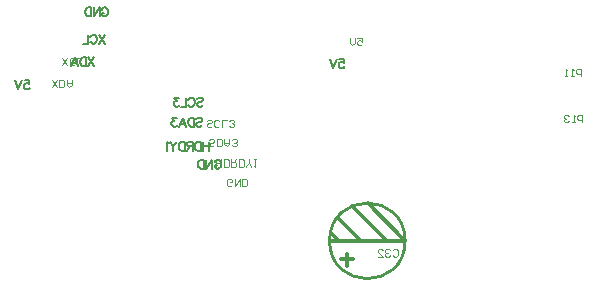
<source format=gbo>
%FSLAX25Y25*%
%MOIN*%
G70*
G01*
G75*
G04 Layer_Color=32896*
%ADD10C,0.02000*%
%ADD11C,0.01500*%
%ADD12C,0.00600*%
%ADD13C,0.01000*%
%ADD14C,0.03000*%
%ADD15C,0.00800*%
%ADD16C,0.02500*%
%ADD17R,0.02362X0.02756*%
%ADD18O,0.05906X0.01575*%
%ADD19R,0.06299X0.10630*%
%ADD20R,0.05512X0.08661*%
%ADD21R,0.05512X0.03543*%
%ADD22R,0.04331X0.05118*%
%ADD23C,0.05906*%
%ADD24R,0.03937X0.12205*%
%ADD25R,0.03937X0.03937*%
%ADD26R,0.05118X0.03150*%
%ADD27R,0.11024X0.08268*%
%ADD28R,0.03543X0.03740*%
%ADD29R,0.03543X0.03740*%
%ADD30O,0.05906X0.00984*%
%ADD31O,0.00984X0.05906*%
%ADD32R,0.03937X0.01378*%
%ADD33O,0.00984X0.02756*%
%ADD34O,0.02756X0.00984*%
%ADD35R,0.10236X0.10630*%
%ADD36R,0.02362X0.03150*%
%ADD37R,0.03150X0.03150*%
%ADD38R,0.03150X0.02362*%
%ADD39R,0.04331X0.03937*%
%ADD40R,0.03150X0.05118*%
%ADD41R,0.08268X0.11024*%
%ADD42R,0.02756X0.02362*%
%ADD43R,0.03500X0.02800*%
%ADD44R,0.02800X0.03500*%
%ADD45R,0.05512X0.06693*%
%ADD46C,0.04724*%
%ADD47R,0.03740X0.03543*%
%ADD48R,0.03740X0.03543*%
%ADD49R,0.07087X0.06299*%
%ADD50R,0.17500X0.26100*%
%ADD51R,0.08900X0.23700*%
%ADD52R,0.37800X0.08900*%
%ADD53R,0.18600X0.12500*%
%ADD54R,0.05300X0.15000*%
%ADD55R,0.08700X0.14600*%
%ADD56R,0.18300X0.06800*%
%ADD57R,0.03100X0.10500*%
%ADD58R,0.27600X0.08000*%
%ADD59R,0.20600X0.13700*%
%ADD60R,0.06700X0.23500*%
%ADD61R,0.10900X0.06800*%
%ADD62R,0.07900X0.07000*%
%ADD63R,0.14900X0.03900*%
%ADD64R,0.05900X0.18900*%
%ADD65R,0.06800X0.03800*%
%ADD66R,0.08500X0.03500*%
%ADD67C,0.07087*%
%ADD68C,0.15748*%
%ADD69R,0.05906X0.05906*%
%ADD70R,0.05906X0.05906*%
%ADD71C,0.01969*%
%ADD72C,0.01575*%
%ADD73C,0.02559*%
%ADD74C,0.02362*%
G04:AMPARAMS|DCode=75|XSize=157.48mil|YSize=118.11mil|CornerRadius=0mil|HoleSize=0mil|Usage=FLASHONLY|Rotation=0.000|XOffset=0mil|YOffset=0mil|HoleType=Round|Shape=Octagon|*
%AMOCTAGOND75*
4,1,8,0.07874,-0.02953,0.07874,0.02953,0.04921,0.05906,-0.04921,0.05906,-0.07874,0.02953,-0.07874,-0.02953,-0.04921,-0.05906,0.04921,-0.05906,0.07874,-0.02953,0.0*
%
%ADD75OCTAGOND75*%

%ADD76O,0.15748X0.11811*%
%ADD77R,0.62400X0.08800*%
%ADD78R,0.10500X0.18500*%
%ADD79C,0.00394*%
%ADD80C,0.00984*%
%ADD81C,0.00984*%
%ADD82C,0.00787*%
%ADD83C,0.00591*%
%ADD84C,0.00500*%
%ADD85C,0.00300*%
%ADD86R,0.03984X0.12820*%
%ADD87O,0.05506X0.01175*%
%ADD88C,0.00100*%
%ADD89R,0.03162X0.03556*%
%ADD90O,0.06706X0.02375*%
%ADD91R,0.07099X0.11430*%
%ADD92R,0.06312X0.09461*%
%ADD93R,0.06312X0.04343*%
%ADD94R,0.05131X0.05918*%
%ADD95C,0.06706*%
%ADD96R,0.04737X0.13005*%
%ADD97R,0.04737X0.04737*%
%ADD98R,0.05918X0.03950*%
%ADD99R,0.11824X0.09068*%
%ADD100R,0.04343X0.04540*%
%ADD101R,0.04343X0.04540*%
%ADD102O,0.06706X0.01784*%
%ADD103O,0.01784X0.06706*%
%ADD104R,0.04737X0.02178*%
%ADD105O,0.01784X0.03556*%
%ADD106O,0.03556X0.01784*%
%ADD107R,0.11036X0.11430*%
%ADD108R,0.03162X0.03950*%
%ADD109R,0.03950X0.03950*%
%ADD110R,0.03950X0.03162*%
%ADD111R,0.05131X0.04737*%
%ADD112R,0.03950X0.05918*%
%ADD113R,0.09068X0.11824*%
%ADD114R,0.03556X0.03162*%
%ADD115R,0.04300X0.03600*%
%ADD116R,0.03600X0.04300*%
%ADD117R,0.06312X0.07493*%
%ADD118C,0.05524*%
%ADD119R,0.04540X0.04343*%
%ADD120R,0.04540X0.04343*%
%ADD121R,0.07887X0.07099*%
%ADD122C,0.07887*%
%ADD123C,0.16548*%
%ADD124R,0.06706X0.06706*%
%ADD125R,0.06706X0.06706*%
%ADD126C,0.02769*%
%ADD127C,0.02375*%
%ADD128C,0.03359*%
%ADD129C,0.03162*%
G04:AMPARAMS|DCode=130|XSize=165.48mil|YSize=126.11mil|CornerRadius=0mil|HoleSize=0mil|Usage=FLASHONLY|Rotation=0.000|XOffset=0mil|YOffset=0mil|HoleType=Round|Shape=Octagon|*
%AMOCTAGOND130*
4,1,8,0.08274,-0.03153,0.08274,0.03153,0.05121,0.06306,-0.05121,0.06306,-0.08274,0.03153,-0.08274,-0.03153,-0.05121,-0.06306,0.05121,-0.06306,0.08274,-0.03153,0.0*
%
%ADD130OCTAGOND130*%

%ADD131O,0.16548X0.12611*%
%ADD132C,0.01200*%
D13*
X146498Y15768D02*
G03*
X146498Y15768I-12598J0D01*
G01*
D84*
X42900Y76899D02*
X40900Y73900D01*
Y76899D02*
X42900Y73900D01*
X40229Y76899D02*
Y73900D01*
Y76899D02*
X39229D01*
X38801Y76757D01*
X38515Y76471D01*
X38372Y76185D01*
X38230Y75757D01*
Y75043D01*
X38372Y74614D01*
X38515Y74329D01*
X38801Y74043D01*
X39229Y73900D01*
X40229D01*
X35273D02*
X36416Y76899D01*
X37558Y73900D01*
X37130Y74900D02*
X35702D01*
X46400Y84499D02*
X44400Y81500D01*
Y84499D02*
X46400Y81500D01*
X41587Y83785D02*
X41730Y84071D01*
X42015Y84356D01*
X42301Y84499D01*
X42872D01*
X43158Y84356D01*
X43444Y84071D01*
X43586Y83785D01*
X43729Y83357D01*
Y82643D01*
X43586Y82214D01*
X43444Y81928D01*
X43158Y81643D01*
X42872Y81500D01*
X42301D01*
X42015Y81643D01*
X41730Y81928D01*
X41587Y82214D01*
X40744Y84499D02*
Y81500D01*
X39030D01*
X19686Y69299D02*
X21114D01*
X21257Y68014D01*
X21114Y68157D01*
X20686Y68300D01*
X20257D01*
X19829Y68157D01*
X19543Y67871D01*
X19400Y67443D01*
Y67157D01*
X19543Y66729D01*
X19829Y66443D01*
X20257Y66300D01*
X20686D01*
X21114Y66443D01*
X21257Y66586D01*
X21400Y66871D01*
X18729Y69299D02*
X17586Y66300D01*
X16444Y69299D02*
X17586Y66300D01*
X45358Y92885D02*
X45500Y93171D01*
X45786Y93457D01*
X46072Y93599D01*
X46643D01*
X46929Y93457D01*
X47214Y93171D01*
X47357Y92885D01*
X47500Y92457D01*
Y91743D01*
X47357Y91314D01*
X47214Y91028D01*
X46929Y90743D01*
X46643Y90600D01*
X46072D01*
X45786Y90743D01*
X45500Y91028D01*
X45358Y91314D01*
Y91743D01*
X46072D02*
X45358D01*
X44672Y93599D02*
Y90600D01*
Y93599D02*
X42673Y90600D01*
Y93599D02*
Y90600D01*
X41844Y93599D02*
Y90600D01*
Y93599D02*
X40844D01*
X40416Y93457D01*
X40130Y93171D01*
X39987Y92885D01*
X39845Y92457D01*
Y91743D01*
X39987Y91314D01*
X40130Y91028D01*
X40416Y90743D01*
X40844Y90600D01*
X41844D01*
X77000Y63071D02*
X77286Y63357D01*
X77715Y63499D01*
X78286D01*
X78714Y63357D01*
X79000Y63071D01*
Y62785D01*
X78857Y62500D01*
X78714Y62357D01*
X78429Y62214D01*
X77572Y61928D01*
X77286Y61785D01*
X77143Y61643D01*
X77000Y61357D01*
Y60928D01*
X77286Y60643D01*
X77715Y60500D01*
X78286D01*
X78714Y60643D01*
X79000Y60928D01*
X74187Y62785D02*
X74330Y63071D01*
X74615Y63357D01*
X74901Y63499D01*
X75472D01*
X75758Y63357D01*
X76043Y63071D01*
X76186Y62785D01*
X76329Y62357D01*
Y61643D01*
X76186Y61214D01*
X76043Y60928D01*
X75758Y60643D01*
X75472Y60500D01*
X74901D01*
X74615Y60643D01*
X74330Y60928D01*
X74187Y61214D01*
X73344Y63499D02*
Y60500D01*
X71630D01*
X71016Y63499D02*
X69445D01*
X70302Y62357D01*
X69873D01*
X69588Y62214D01*
X69445Y62071D01*
X69302Y61643D01*
Y61357D01*
X69445Y60928D01*
X69731Y60643D01*
X70159Y60500D01*
X70587D01*
X71016Y60643D01*
X71159Y60786D01*
X71302Y61071D01*
X76900Y56371D02*
X77186Y56656D01*
X77615Y56799D01*
X78186D01*
X78614Y56656D01*
X78900Y56371D01*
Y56085D01*
X78757Y55800D01*
X78614Y55657D01*
X78329Y55514D01*
X77472Y55228D01*
X77186Y55085D01*
X77043Y54943D01*
X76900Y54657D01*
Y54229D01*
X77186Y53943D01*
X77615Y53800D01*
X78186D01*
X78614Y53943D01*
X78900Y54229D01*
X76229Y56799D02*
Y53800D01*
Y56799D02*
X75229D01*
X74801Y56656D01*
X74515Y56371D01*
X74372Y56085D01*
X74230Y55657D01*
Y54943D01*
X74372Y54514D01*
X74515Y54229D01*
X74801Y53943D01*
X75229Y53800D01*
X76229D01*
X71273D02*
X72416Y56799D01*
X73558Y53800D01*
X73130Y54800D02*
X71702D01*
X70288Y56799D02*
X68717D01*
X69573Y55657D01*
X69145D01*
X68859Y55514D01*
X68717Y55371D01*
X68574Y54943D01*
Y54657D01*
X68717Y54229D01*
X69002Y53943D01*
X69431Y53800D01*
X69859D01*
X70288Y53943D01*
X70430Y54086D01*
X70573Y54371D01*
X82958Y42085D02*
X83100Y42371D01*
X83386Y42656D01*
X83672Y42799D01*
X84243D01*
X84529Y42656D01*
X84814Y42371D01*
X84957Y42085D01*
X85100Y41657D01*
Y40943D01*
X84957Y40514D01*
X84814Y40229D01*
X84529Y39943D01*
X84243Y39800D01*
X83672D01*
X83386Y39943D01*
X83100Y40229D01*
X82958Y40514D01*
Y40943D01*
X83672D02*
X82958D01*
X82272Y42799D02*
Y39800D01*
Y42799D02*
X80273Y39800D01*
Y42799D02*
Y39800D01*
X79444Y42799D02*
Y39800D01*
Y42799D02*
X78444D01*
X78016Y42656D01*
X77730Y42371D01*
X77587Y42085D01*
X77444Y41657D01*
Y40943D01*
X77587Y40514D01*
X77730Y40229D01*
X78016Y39943D01*
X78444Y39800D01*
X79444D01*
X81200Y48799D02*
Y45800D01*
X79200Y48799D02*
Y45800D01*
X81200Y47371D02*
X79200D01*
X78372Y48799D02*
Y45800D01*
Y48799D02*
X77372D01*
X76944Y48656D01*
X76658Y48371D01*
X76515Y48085D01*
X76372Y47657D01*
Y46943D01*
X76515Y46514D01*
X76658Y46229D01*
X76944Y45943D01*
X77372Y45800D01*
X78372D01*
X75701Y48799D02*
Y45800D01*
Y48799D02*
X74416D01*
X73987Y48656D01*
X73844Y48514D01*
X73702Y48228D01*
Y47942D01*
X73844Y47657D01*
X73987Y47514D01*
X74416Y47371D01*
X75701D01*
X74701D02*
X73702Y45800D01*
X73030Y48799D02*
Y45800D01*
Y48799D02*
X72031D01*
X71602Y48656D01*
X71316Y48371D01*
X71174Y48085D01*
X71031Y47657D01*
Y46943D01*
X71174Y46514D01*
X71316Y46229D01*
X71602Y45943D01*
X72031Y45800D01*
X73030D01*
X70359Y48799D02*
X69217Y47371D01*
Y45800D01*
X68074Y48799D02*
X69217Y47371D01*
X67689Y48228D02*
X67403Y48371D01*
X66975Y48799D01*
Y45800D01*
X124586Y76399D02*
X126014D01*
X126157Y75114D01*
X126014Y75257D01*
X125586Y75400D01*
X125157D01*
X124729Y75257D01*
X124443Y74971D01*
X124300Y74543D01*
Y74257D01*
X124443Y73829D01*
X124729Y73543D01*
X125157Y73400D01*
X125586D01*
X126014Y73543D01*
X126157Y73686D01*
X126300Y73971D01*
X123629Y76399D02*
X122486Y73400D01*
X121344Y76399D02*
X122486Y73400D01*
D85*
X28650Y67051D02*
X30316Y69550D01*
Y67051D02*
X28650Y69550D01*
X31149Y67051D02*
Y69550D01*
X32399D01*
X32815Y69134D01*
Y67467D01*
X32399Y67051D01*
X31149D01*
X33648Y69550D02*
Y67884D01*
X34481Y67051D01*
X35315Y67884D01*
Y69550D01*
Y68300D01*
X33648D01*
X32250Y74351D02*
X33916Y76850D01*
Y74351D02*
X32250Y76850D01*
X36415Y74767D02*
X35999Y74351D01*
X35166D01*
X34749Y74767D01*
Y76433D01*
X35166Y76850D01*
X35999D01*
X36415Y76433D01*
X37248Y74351D02*
Y76850D01*
X38914D01*
X205600Y55300D02*
Y57799D01*
X204350D01*
X203934Y57383D01*
Y56550D01*
X204350Y56133D01*
X205600D01*
X203101Y55300D02*
X202268D01*
X202684D01*
Y57799D01*
X203101Y57383D01*
X201018D02*
X200602Y57799D01*
X199769D01*
X199352Y57383D01*
Y56966D01*
X199769Y56550D01*
X200185D01*
X199769D01*
X199352Y56133D01*
Y55717D01*
X199769Y55300D01*
X200602D01*
X201018Y55717D01*
X205200Y70700D02*
Y73199D01*
X203950D01*
X203534Y72783D01*
Y71950D01*
X203950Y71533D01*
X205200D01*
X202701Y70700D02*
X201868D01*
X202284D01*
Y73199D01*
X202701Y72783D01*
X200618Y70700D02*
X199785D01*
X200202D01*
Y73199D01*
X200618Y72783D01*
X142334Y12583D02*
X142750Y12999D01*
X143584D01*
X144000Y12583D01*
Y10916D01*
X143584Y10500D01*
X142750D01*
X142334Y10916D01*
X141501Y12583D02*
X141084Y12999D01*
X140251D01*
X139835Y12583D01*
Y12166D01*
X140251Y11750D01*
X140668D01*
X140251D01*
X139835Y11333D01*
Y10916D01*
X140251Y10500D01*
X141084D01*
X141501Y10916D01*
X137336Y10500D02*
X139002D01*
X137336Y12166D01*
Y12583D01*
X137752Y12999D01*
X138585D01*
X139002Y12583D01*
X130584Y83449D02*
X132250D01*
Y82200D01*
X131417Y82616D01*
X131000D01*
X130584Y82200D01*
Y81366D01*
X131000Y80950D01*
X131834D01*
X132250Y81366D01*
X129751Y83449D02*
Y81783D01*
X128918Y80950D01*
X128085Y81783D01*
Y83449D01*
X88816Y34467D02*
X88400Y34051D01*
X87567D01*
X87150Y34467D01*
Y36134D01*
X87567Y36550D01*
X88400D01*
X88816Y36134D01*
Y35300D01*
X87983D01*
X89649Y36550D02*
Y34051D01*
X91315Y36550D01*
Y34051D01*
X92148D02*
Y36550D01*
X93398D01*
X93814Y36134D01*
Y34467D01*
X93398Y34051D01*
X92148D01*
X83550Y40451D02*
Y42950D01*
Y41700D01*
X85216D01*
Y40451D01*
Y42950D01*
X86049Y40451D02*
Y42950D01*
X87299D01*
X87715Y42533D01*
Y40867D01*
X87299Y40451D01*
X86049D01*
X88548Y42950D02*
Y40451D01*
X89798D01*
X90215Y40867D01*
Y41700D01*
X89798Y42117D01*
X88548D01*
X89381D02*
X90215Y42950D01*
X91048Y40451D02*
Y42950D01*
X92297D01*
X92714Y42533D01*
Y40867D01*
X92297Y40451D01*
X91048D01*
X93547D02*
Y40867D01*
X94380Y41700D01*
X95213Y40867D01*
Y40451D01*
X94380Y41700D02*
Y42950D01*
X96046D02*
X96879D01*
X96463D01*
Y40451D01*
X96046Y40867D01*
X82116Y54067D02*
X81700Y53651D01*
X80866D01*
X80450Y54067D01*
Y54484D01*
X80866Y54900D01*
X81700D01*
X82116Y55317D01*
Y55734D01*
X81700Y56150D01*
X80866D01*
X80450Y55734D01*
X84615Y54067D02*
X84199Y53651D01*
X83366D01*
X82949Y54067D01*
Y55734D01*
X83366Y56150D01*
X84199D01*
X84615Y55734D01*
X85448Y53651D02*
Y56150D01*
X87115D01*
X87948Y54067D02*
X88364Y53651D01*
X89197D01*
X89614Y54067D01*
Y54484D01*
X89197Y54900D01*
X88781D01*
X89197D01*
X89614Y55317D01*
Y55734D01*
X89197Y56150D01*
X88364D01*
X87948Y55734D01*
X82916Y47667D02*
X82500Y47251D01*
X81666D01*
X81250Y47667D01*
Y48084D01*
X81666Y48500D01*
X82500D01*
X82916Y48917D01*
Y49334D01*
X82500Y49750D01*
X81666D01*
X81250Y49334D01*
X83749Y47251D02*
Y49750D01*
X84999D01*
X85415Y49334D01*
Y47667D01*
X84999Y47251D01*
X83749D01*
X86248Y49750D02*
Y48084D01*
X87081Y47251D01*
X87915Y48084D01*
Y49750D01*
Y48500D01*
X86248D01*
X88748Y47667D02*
X89164Y47251D01*
X89997D01*
X90414Y47667D01*
Y48084D01*
X89997Y48500D01*
X89581D01*
X89997D01*
X90414Y48917D01*
Y49334D01*
X89997Y49750D01*
X89164D01*
X88748Y49334D01*
D132*
X121300Y15768D02*
X146317D01*
X125100Y9569D02*
X129100D01*
X127200Y7269D02*
Y11269D01*
X134050Y28319D02*
X146200Y16169D01*
X128800Y27369D02*
X140400Y15768D01*
X124250Y23419D02*
X131900Y15768D01*
X122000Y18170D02*
X124300Y15869D01*
M02*

</source>
